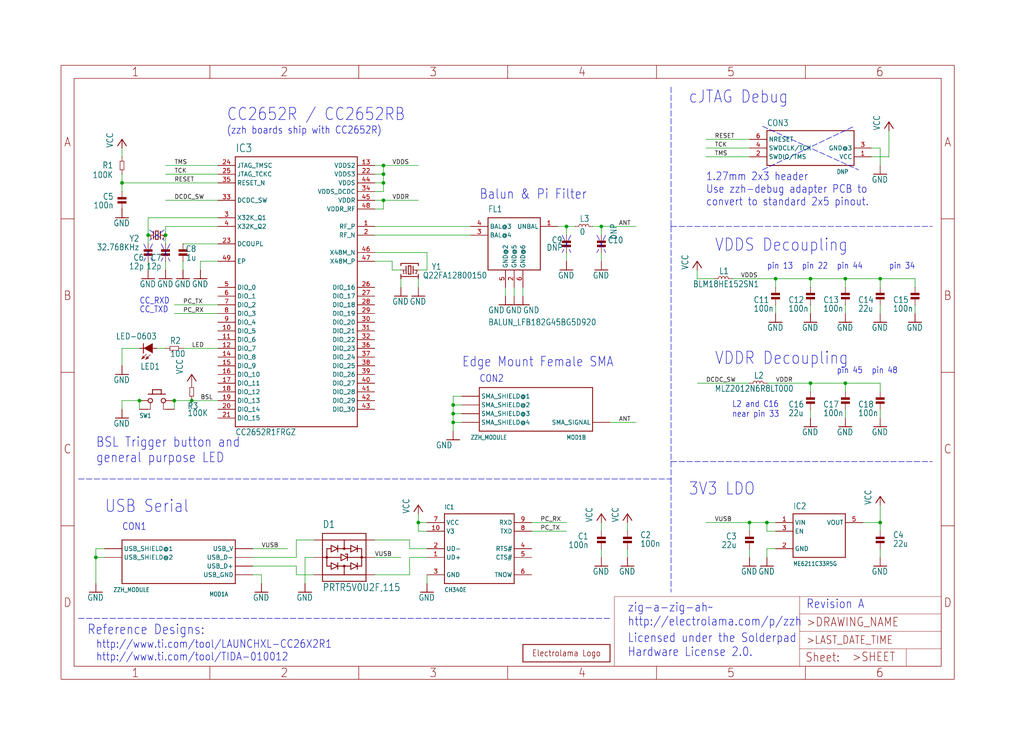
<source format=kicad_sch>
(kicad_sch (version 20211123) (generator eeschema)
  (paper "User" 298.45 217.881)
  (lib_symbols
    (symbol "schematicEagle-eagle-import:32.768KHZ_Q13FC1350000400"
      (property "Reference" "Y" (at -2.54 5.08 0))
      (property "Value" "32.768KHZ_Q13FC1350000400" (at -2.54 2.54 0))
      (symbol "32.768KHZ_Q13FC1350000400_1_0"
        (text "1" (at -2.159 -1.143 0) (effects (font (size 0.8636 0.734)) (justify left bottom)))
        (text "2" (at 1.524 -1.143 0) (effects (font (size 0.8636 0.734)) (justify left bottom)))
        (pin passive line (at -2.54 0 0) (length 0) (name "1") (number "1"))
        (pin passive line (at 2.54 0 180) (length 0) (name "2") (number "2"))
      )
    )
    (symbol "schematicEagle-eagle-import:48.000MHZ_CX2016DB48000C0FPLC1"
      (property "Reference" "Y" (at -2.54 5.08 0))
      (property "Value" "48.000MHZ_CX2016DB48000C0FPLC1" (at -2.54 2.54 0))
      (symbol "48.000MHZ_CX2016DB48000C0FPLC1_1_0"
        (text "1" (at -2.159 -1.143 0) (effects (font (size 0.8636 0.734)) (justify left bottom)))
        (text "2" (at 1.524 -1.143 0) (effects (font (size 0.8636 0.734)) (justify left bottom)))
        (pin passive line (at -2.54 0 0) (length 0) (name "1") (number "1"))
        (pin bidirectional line (at -2.54 -2.54 90) (length 0) (name "2") (number "2"))
        (pin passive line (at 2.54 0 180) (length 0) (name "3") (number "3"))
        (pin bidirectional line (at 2.54 -2.54 90) (length 0) (name "4") (number "4"))
      )
    )
    (symbol "schematicEagle-eagle-import:A4L-LOC"
      (symbol "A4L-LOC_0_0"
        (text "1" (at 21.6958 1.905 0) (effects (font (size 2.54 2.286))))
        (text "1" (at 21.6958 177.165 0) (effects (font (size 2.54 2.286))))
        (text "2" (at 65.0875 1.905 0) (effects (font (size 2.54 2.286))))
        (text "2" (at 65.0875 177.165 0) (effects (font (size 2.54 2.286))))
        (text "3" (at 108.4792 1.905 0) (effects (font (size 2.54 2.286))))
        (text "3" (at 108.4792 177.165 0) (effects (font (size 2.54 2.286))))
        (text "4" (at 151.8708 1.905 0) (effects (font (size 2.54 2.286))))
        (text "4" (at 151.8708 177.165 0) (effects (font (size 2.54 2.286))))
        (text "5" (at 195.2625 1.905 0) (effects (font (size 2.54 2.286))))
        (text "5" (at 195.2625 177.165 0) (effects (font (size 2.54 2.286))))
        (text "6" (at 238.6542 1.905 0) (effects (font (size 2.54 2.286))))
        (text "6" (at 238.6542 177.165 0) (effects (font (size 2.54 2.286))))
        (text "A" (at 1.905 156.6863 0) (effects (font (size 2.54 2.286))))
        (text "A" (at 258.445 156.6863 0) (effects (font (size 2.54 2.286))))
        (text "B" (at 1.905 111.9188 0) (effects (font (size 2.54 2.286))))
        (text "B" (at 258.445 111.9188 0) (effects (font (size 2.54 2.286))))
        (text "C" (at 1.905 67.1513 0) (effects (font (size 2.54 2.286))))
        (text "C" (at 258.445 67.1513 0) (effects (font (size 2.54 2.286))))
        (text "D" (at 1.905 22.3838 0) (effects (font (size 2.54 2.286))))
        (text "D" (at 258.445 22.3838 0) (effects (font (size 2.54 2.286))))
      )
      (symbol "A4L-LOC_1_0"
        (text ">DRAWING_NAME" (at 217.17 15.24 0) (effects (font (size 2.54 2.159)) (justify left bottom)))
        (text ">LAST_DATE_TIME" (at 217.17 10.16 0) (effects (font (size 2.286 1.9431)) (justify left bottom)))
        (text ">SHEET" (at 230.505 5.08 0) (effects (font (size 2.54 2.159)) (justify left bottom)))
        (text "Sheet:" (at 216.916 4.953 0) (effects (font (size 2.54 2.159)) (justify left bottom)))
      )
    )
    (symbol "schematicEagle-eagle-import:BALUN_LFB182G45BG5D920"
      (property "Reference" "FL" (at -7.62 7.62 0))
      (property "Value" "BALUN_LFB182G45BG5D920" (at 5.08 -12.7 0))
      (symbol "BALUN_LFB182G45BG5D920_1_0"
        (pin bidirectional line (at 12.7 2.54 180) (length 5.08) (name "UNBAL") (number "1"))
        (pin bidirectional line (at 0 -15.24 90) (length 5.08) (name "GND@5") (number "2"))
        (pin bidirectional line (at -12.7 0 0) (length 5.08) (name "BAL@4") (number "3"))
        (pin bidirectional line (at -12.7 2.54 0) (length 5.08) (name "BAL@3") (number "4"))
        (pin bidirectional line (at -2.54 -15.24 90) (length 5.08) (name "GND@2") (number "5"))
        (pin bidirectional line (at 2.54 -15.24 90) (length 5.08) (name "GND@6") (number "6"))
      )
    )
    (symbol "schematicEagle-eagle-import:CAP-0402"
      (property "Reference" "C" (at -2.54 2.54 0))
      (property "Value" "CAP-0402" (at -2.54 -3.81 0))
      (symbol "CAP-0402_1_0"
        (pin passive line (at -2.54 0 0) (length 0) (name "1") (number "1"))
        (pin passive line (at 2.54 0 180) (length 0) (name "2") (number "2"))
      )
    )
    (symbol "schematicEagle-eagle-import:CAP-0805"
      (property "Reference" "C" (at -2.54 2.54 0))
      (property "Value" "CAP-0805" (at -2.54 -3.81 0))
      (symbol "CAP-0805_1_0"
        (pin passive line (at -2.54 0 0) (length 0) (name "1") (number "1"))
        (pin passive line (at 2.54 0 180) (length 0) (name "2") (number "2"))
      )
    )
    (symbol "schematicEagle-eagle-import:DEBUG_CORTEX-SWD{slash}CJTAG-5PIN-CUT5"
      (property "Reference" "CON" (at -12.7 6.35 0))
      (property "Value" "DEBUG_CORTEX-SWD{slash}CJTAG-5PIN-CUT5" (at -12.7 -7.62 0))
      (symbol "DEBUG_CORTEX-SWD{slash}CJTAG-5PIN-CUT5_1_0"
        (pin bidirectional line (at 17.78 -2.54 180) (length 5.08) (name "VCC") (number "1"))
        (pin bidirectional line (at -17.78 -2.54 0) (length 5.08) (name "SWDIO/TMS") (number "2"))
        (pin bidirectional line (at 17.78 0 180) (length 5.08) (name "GND@3") (number "3"))
        (pin bidirectional line (at -17.78 0 0) (length 5.08) (name "SWDCLK/TCK") (number "4"))
        (pin bidirectional line (at -17.78 2.54 0) (length 5.08) (name "NRESET") (number "6"))
      )
    )
    (symbol "schematicEagle-eagle-import:DIODE-TVS-PRTR5V0U2F{dblquote}"
      (property "Reference" "D" (at -5.08 8.255 0))
      (property "Value" "DIODE-TVS-PRTR5V0U2F{dblquote}" (at -5.08 -10.16 0))
      (symbol "DIODE-TVS-PRTR5V0U2F{dblquote}_1_0"
        (pin passive line (at -7.62 5.08 0) (length 2.54) (name "1") (number "1"))
        (pin passive line (at -7.62 0 0) (length 2.54) (name "2") (number "2"))
        (pin passive line (at -7.62 -5.08 0) (length 2.54) (name "3") (number "3"))
        (pin passive line (at 10.16 -5.08 180) (length 2.54) (name "4") (number "4"))
        (pin passive line (at 10.16 0 180) (length 2.54) (name "5") (number "5"))
        (pin passive line (at 10.16 5.08 180) (length 2.54) (name "6") (number "6"))
      )
    )
    (symbol "schematicEagle-eagle-import:GND" (power)
      (property "Value" "GND" (at -2.54 -2.54 0))
      (symbol "GND_1_0"
        (pin power_in line (at 0 2.54 270) (length 2.54) (name "GND") (number "1"))
      )
    )
    (symbol "schematicEagle-eagle-import:INDUCTOR-0402"
      (property "Reference" "L" (at -2.54 1.27 0))
      (property "Value" "INDUCTOR-0402" (at -2.54 -2.54 0))
      (symbol "INDUCTOR-0402_1_0"
        (pin passive line (at -2.54 0 0) (length 0) (name "1") (number "1"))
        (pin passive line (at 2.54 0 180) (length 0) (name "2") (number "2"))
      )
    )
    (symbol "schematicEagle-eagle-import:INDUCTOR-0603"
      (property "Reference" "L" (at -2.54 1.27 0))
      (property "Value" "INDUCTOR-0603" (at -2.54 -2.54 0))
      (symbol "INDUCTOR-0603_1_0"
        (pin passive line (at -2.54 0 0) (length 0) (name "1") (number "1"))
        (pin passive line (at 2.54 0 180) (length 0) (name "2") (number "2"))
      )
    )
    (symbol "schematicEagle-eagle-import:INDUCTOR-0805"
      (property "Reference" "L" (at -2.54 1.27 0))
      (property "Value" "INDUCTOR-0805" (at -2.54 -2.54 0))
      (symbol "INDUCTOR-0805_1_0"
        (pin passive line (at -2.54 0 0) (length 0) (name "1") (number "1"))
        (pin passive line (at 2.54 0 180) (length 0) (name "2") (number "2"))
      )
    )
    (symbol "schematicEagle-eagle-import:INTERFACE-CH340E"
      (property "Reference" "U" (at -10.16 11.43 0))
      (property "Value" "INTERFACE-CH340E" (at -10.16 -12.7 0))
      (symbol "INTERFACE-CH340E_1_0"
        (pin bidirectional line (at -15.24 -2.54 0) (length 5.08) (name "UD+") (number "1"))
        (pin bidirectional line (at -15.24 5.08 0) (length 5.08) (name "V3") (number "10"))
        (pin bidirectional line (at -15.24 0 0) (length 5.08) (name "UD-") (number "2"))
        (pin bidirectional line (at -15.24 -7.62 0) (length 5.08) (name "GND") (number "3"))
        (pin bidirectional line (at 15.24 0 180) (length 5.08) (name "RTS#") (number "4"))
        (pin bidirectional line (at 15.24 -2.54 180) (length 5.08) (name "CTS#") (number "5"))
        (pin bidirectional line (at 15.24 -7.62 180) (length 5.08) (name "TNOW") (number "6"))
        (pin bidirectional line (at -15.24 7.62 0) (length 5.08) (name "VCC") (number "7"))
        (pin bidirectional line (at 15.24 5.08 180) (length 5.08) (name "TXD") (number "8"))
        (pin bidirectional line (at 15.24 7.62 180) (length 5.08) (name "RXD") (number "9"))
      )
    )
    (symbol "schematicEagle-eagle-import:LED-0603"
      (property "Reference" "LED" (at -2.3114 3.9116 0))
      (property "Value" "LED-0603" (at -2.5654 -4.4958 0))
      (symbol "LED-0603_1_0"
        (pin passive line (at -2.54 0 0) (length 2.54) (name "A") (number "A"))
        (pin passive line (at 2.54 0 180) (length 2.54) (name "C") (number "C"))
      )
    )
    (symbol "schematicEagle-eagle-import:LOGO-ELECTROLAMA"
      (symbol "LOGO-ELECTROLAMA_1_0"
        (text "Electrolama Logo" (at 0 0 0) (effects (font (size 1.778 1.5113))))
      )
    )
    (symbol "schematicEagle-eagle-import:POWER-LDO-ME6211C33R5G"
      (property "Reference" "IC" (at -7.62 6.35 0))
      (property "Value" "POWER-LDO-ME6211C33R5G" (at -7.62 -10.16 0))
      (symbol "POWER-LDO-ME6211C33R5G_1_0"
        (pin bidirectional line (at -12.7 2.54 0) (length 5.08) (name "VIN") (number "1"))
        (pin bidirectional line (at -12.7 -5.08 0) (length 5.08) (name "GND") (number "2"))
        (pin bidirectional line (at -12.7 0 0) (length 5.08) (name "EN") (number "3"))
        (pin bidirectional line (at 12.7 2.54 180) (length 5.08) (name "VOUT") (number "5"))
      )
    )
    (symbol "schematicEagle-eagle-import:PUSHBUTTON-K2-1177SW-D4DW-06"
      (property "Reference" "SW" (at 3.175 3.175 0))
      (property "Value" "PUSHBUTTON-K2-1177SW-D4DW-06" (at 3.175 1.905 0))
      (symbol "PUSHBUTTON-K2-1177SW-D4DW-06_1_0"
        (pin bidirectional line (at -5.08 0 0) (length 2.54) (name "1_1") (number "1"))
        (pin bidirectional line (at -5.08 -2.54 0) (length 2.54) (name "1_2") (number "2"))
        (pin bidirectional line (at 5.08 0 180) (length 2.54) (name "2_1") (number "3"))
        (pin bidirectional line (at 5.08 -2.54 180) (length 2.54) (name "2_2") (number "4"))
      )
    )
    (symbol "schematicEagle-eagle-import:RES-0402"
      (property "Reference" "R" (at -2.54 1.27 0))
      (property "Value" "RES-0402" (at -2.54 -2.54 0))
      (symbol "RES-0402_1_0"
        (pin passive line (at -2.54 0 0) (length 0) (name "1") (number "1"))
        (pin passive line (at 2.54 0 180) (length 0) (name "2") (number "2"))
      )
    )
    (symbol "schematicEagle-eagle-import:VCC" (power)
      (property "Value" "VCC" (at -2.54 -2.54 90))
      (symbol "VCC_1_0"
        (pin power_in line (at 0 -2.54 90) (length 2.54) (name "VCC") (number "1"))
      )
    )
    (symbol "schematicEagle-eagle-import:WMCU-CC2652R1FRGZ"
      (property "Reference" "IC" (at -17.78 39.37 0))
      (property "Value" "WMCU-CC2652R1FRGZ" (at -17.78 -43.18 0))
      (symbol "WMCU-CC2652R1FRGZ_1_0"
        (pin bidirectional line (at 22.86 17.78 180) (length 5.08) (name "RF_P") (number "1"))
        (pin bidirectional line (at -22.86 -12.7 0) (length 5.08) (name "DIO_5") (number "10"))
        (pin bidirectional line (at -22.86 -15.24 0) (length 5.08) (name "DIO_6") (number "11"))
        (pin bidirectional line (at -22.86 -17.78 0) (length 5.08) (name "DIO_7") (number "12"))
        (pin bidirectional line (at 22.86 35.56 180) (length 5.08) (name "VDDS2") (number "13"))
        (pin bidirectional line (at -22.86 -20.32 0) (length 5.08) (name "DIO_8") (number "14"))
        (pin bidirectional line (at -22.86 -22.86 0) (length 5.08) (name "DIO_9") (number "15"))
        (pin bidirectional line (at -22.86 -25.4 0) (length 5.08) (name "DIO_10") (number "16"))
        (pin bidirectional line (at -22.86 -27.94 0) (length 5.08) (name "DIO_11") (number "17"))
        (pin bidirectional line (at -22.86 -30.48 0) (length 5.08) (name "DIO_12") (number "18"))
        (pin bidirectional line (at -22.86 -33.02 0) (length 5.08) (name "DIO_13") (number "19"))
        (pin bidirectional line (at 22.86 15.24 180) (length 5.08) (name "RF_N") (number "2"))
        (pin bidirectional line (at -22.86 -35.56 0) (length 5.08) (name "DIO_14") (number "20"))
        (pin bidirectional line (at -22.86 -38.1 0) (length 5.08) (name "DIO_15") (number "21"))
        (pin bidirectional line (at 22.86 33.02 180) (length 5.08) (name "VDDS3") (number "22"))
        (pin bidirectional line (at -22.86 12.7 0) (length 5.08) (name "DCOUPL") (number "23"))
        (pin bidirectional line (at -22.86 35.56 0) (length 5.08) (name "JTAG_TMSC") (number "24"))
        (pin bidirectional line (at -22.86 33.02 0) (length 5.08) (name "JTAG_TCKC") (number "25"))
        (pin bidirectional line (at 22.86 0 180) (length 5.08) (name "DIO_16") (number "26"))
        (pin bidirectional line (at 22.86 -2.54 180) (length 5.08) (name "DIO_17") (number "27"))
        (pin bidirectional line (at 22.86 -5.08 180) (length 5.08) (name "DIO_18") (number "28"))
        (pin bidirectional line (at 22.86 -7.62 180) (length 5.08) (name "DIO_19") (number "29"))
        (pin bidirectional line (at -22.86 20.32 0) (length 5.08) (name "X32K_Q1") (number "3"))
        (pin bidirectional line (at 22.86 -10.16 180) (length 5.08) (name "DIO_20") (number "30"))
        (pin bidirectional line (at 22.86 -12.7 180) (length 5.08) (name "DIO_21") (number "31"))
        (pin bidirectional line (at 22.86 -15.24 180) (length 5.08) (name "DIO_22") (number "32"))
        (pin bidirectional line (at -22.86 25.4 0) (length 5.08) (name "DCDC_SW") (number "33"))
        (pin bidirectional line (at 22.86 27.94 180) (length 5.08) (name "VDDS_DCDC") (number "34"))
        (pin bidirectional line (at -22.86 30.48 0) (length 5.08) (name "RESET_N") (number "35"))
        (pin bidirectional line (at 22.86 -17.78 180) (length 5.08) (name "DIO_23") (number "36"))
        (pin bidirectional line (at 22.86 -20.32 180) (length 5.08) (name "DIO_24") (number "37"))
        (pin bidirectional line (at 22.86 -22.86 180) (length 5.08) (name "DIO_25") (number "38"))
        (pin bidirectional line (at 22.86 -25.4 180) (length 5.08) (name "DIO_26") (number "39"))
        (pin bidirectional line (at -22.86 17.78 0) (length 5.08) (name "X32K_Q2") (number "4"))
        (pin bidirectional line (at 22.86 -27.94 180) (length 5.08) (name "DIO_27") (number "40"))
        (pin bidirectional line (at 22.86 -30.48 180) (length 5.08) (name "DIO_28") (number "41"))
        (pin bidirectional line (at 22.86 -33.02 180) (length 5.08) (name "DIO_29") (number "42"))
        (pin bidirectional line (at 22.86 -35.56 180) (length 5.08) (name "DIO_30") (number "43"))
        (pin bidirectional line (at 22.86 30.48 180) (length 5.08) (name "VDDS") (number "44"))
        (pin bidirectional line (at 22.86 25.4 180) (length 5.08) (name "VDDR") (number "45"))
        (pin bidirectional line (at 22.86 10.16 180) (length 5.08) (name "X48M_N") (number "46"))
        (pin bidirectional line (at 22.86 7.62 180) (length 5.08) (name "X48M_P") (number "47"))
        (pin bidirectional line (at 22.86 22.86 180) (length 5.08) (name "VDDR_RF") (number "48"))
        (pin bidirectional line (at -22.86 7.62 0) (length 5.08) (name "EP") (number "49"))
        (pin bidirectional line (at -22.86 0 0) (length 5.08) (name "DIO_0") (number "5"))
        (pin bidirectional line (at -22.86 -2.54 0) (length 5.08) (name "DIO_1") (number "6"))
        (pin bidirectional line (at -22.86 -5.08 0) (length 5.08) (name "DIO_2") (number "7"))
        (pin bidirectional line (at -22.86 -7.62 0) (length 5.08) (name "DIO_3") (number "8"))
        (pin bidirectional line (at -22.86 -10.16 0) (length 5.08) (name "DIO_4") (number "9"))
      )
    )
    (symbol "schematicEagle-eagle-import:ZZH_MODULE"
      (property "Reference" "MOD" (at -17.78 6.35 0))
      (property "Value" "ZZH_MODULE" (at -17.78 -10.16 0))
      (symbol "ZZH_MODULE_1_0"
        (pin bidirectional line (at 20.32 -2.54 180) (length 5.08) (name "USB_D+") (number "USB_D+"))
        (pin bidirectional line (at 20.32 0 180) (length 5.08) (name "USB_D-") (number "USB_D-"))
        (pin bidirectional line (at 20.32 -5.08 180) (length 5.08) (name "USB_GND") (number "USB_GND"))
        (pin bidirectional line (at -22.86 2.54 0) (length 5.08) (name "USB_SHIELD@1") (number "USB_SHIELD_1"))
        (pin bidirectional line (at -22.86 0 0) (length 5.08) (name "USB_SHIELD@2") (number "USB_SHIELD_2"))
        (pin bidirectional line (at 20.32 2.54 180) (length 5.08) (name "USB_V") (number "USB_V"))
      )
      (symbol "ZZH_MODULE_2_0"
        (pin bidirectional line (at -22.86 2.54 0) (length 5.08) (name "SMA_SHIELD@1") (number "SMA_SHIELD_1"))
        (pin bidirectional line (at -22.86 0 0) (length 5.08) (name "SMA_SHIELD@2") (number "SMA_SHIELD_2"))
        (pin bidirectional line (at -22.86 -2.54 0) (length 5.08) (name "SMA_SHIELD@3") (number "SMA_SHIELD_3"))
        (pin bidirectional line (at -22.86 -5.08 0) (length 5.08) (name "SMA_SHIELD@4") (number "SMA_SHIELD_4"))
        (pin bidirectional line (at 20.32 -5.08 180) (length 5.08) (name "SMA_SIGNAL") (number "SMA_SIGNAL"))
      )
    )
  )
  (junction (at 175.26 66.04))
  (junction (at 256.54 81.28))
  (junction (at 111.76 50.8))
  (junction (at 132.08 123.19))
  (junction (at 111.76 58.42))
  (junction (at 223.52 152.4))
  (junction (at 236.22 111.76))
  (junction (at 121.92 152.4))
  (junction (at 246.38 81.28))
  (junction (at 48.26 68.58))
  (junction (at 256.54 152.4))
  (junction (at 43.18 68.58))
  (junction (at 246.38 111.76))
  (junction (at 132.08 118.11))
  (junction (at 111.76 48.26))
  (junction (at 132.08 120.65))
  (junction (at 40.64 116.84))
  (junction (at 111.76 53.34))
  (junction (at 218.44 152.4))
  (junction (at 226.06 81.28))
  (junction (at 27.94 162.56))
  (junction (at 35.56 53.34))
  (junction (at 50.8 116.84))
  (junction (at 236.22 81.28))
  (junction (at 55.88 116.84))
  (junction (at 165.1 66.04))
  (wire (pts (xy 256.54 111.76) (xy 256.54 114.3)))
  (polyline (pts (xy 47.879 67.056) (xy 43.561 70.104)))
  (wire (pts (xy 58.42 78.74) (xy 58.42 76.2)))
  (wire (pts (xy 223.52 154.94) (xy 223.52 152.4)))
  (wire (pts (xy 55.88 116.84) (xy 63.5 116.84)))
  (wire (pts (xy 88.9 162.56) (xy 88.9 170.18)))
  (wire (pts (xy 182.88 152.4) (xy 182.88 154.94)))
  (wire (pts (xy 175.26 76.2) (xy 175.26 73.66)))
  (wire (pts (xy 27.94 162.56) (xy 27.94 170.18)))
  (wire (pts (xy 121.92 83.82) (xy 121.92 81.28)))
  (wire (pts (xy 35.56 53.34) (xy 35.56 55.88)))
  (polyline (pts (xy 222.25 36.83) (xy 250.19 49.53)))
  (wire (pts (xy 167.64 66.04) (xy 165.1 66.04)))
  (wire (pts (xy 266.7 81.28) (xy 266.7 83.82)))
  (wire (pts (xy 256.54 91.44) (xy 256.54 88.9)))
  (wire (pts (xy 246.38 111.76) (xy 256.54 111.76)))
  (wire (pts (xy 58.42 76.2) (xy 63.5 76.2)))
  (wire (pts (xy 182.88 162.56) (xy 182.88 160.02)))
  (wire (pts (xy 53.34 76.2) (xy 53.34 78.74)))
  (wire (pts (xy 124.46 78.74) (xy 121.92 78.74)))
  (wire (pts (xy 76.2 167.64) (xy 76.2 170.18)))
  (wire (pts (xy 223.52 111.76) (xy 236.22 111.76)))
  (polyline (pts (xy 173.99 68.58) (xy 176.53 73.66)))
  (wire (pts (xy 124.46 154.94) (xy 121.92 154.94)))
  (wire (pts (xy 35.56 101.6) (xy 35.56 106.68)))
  (polyline (pts (xy 195.58 25.4) (xy 195.58 66.04)))
  (wire (pts (xy 63.5 58.42) (xy 48.26 58.42)))
  (wire (pts (xy 256.54 121.92) (xy 256.54 119.38)))
  (polyline (pts (xy 195.58 134.62) (xy 271.78 134.62)))
  (wire (pts (xy 226.06 160.02) (xy 223.52 160.02)))
  (wire (pts (xy 256.54 43.18) (xy 256.54 48.26)))
  (polyline (pts (xy 22.86 139.7) (xy 195.58 139.7)))
  (polyline (pts (xy 163.83 68.58) (xy 166.37 73.66)))
  (wire (pts (xy 63.5 91.44) (xy 50.8 91.44)))
  (wire (pts (xy 175.26 162.56) (xy 175.26 160.02)))
  (polyline (pts (xy 43.561 67.056) (xy 47.879 70.104)))
  (polyline (pts (xy 49.53 71.12) (xy 46.99 76.2)))
  (wire (pts (xy 266.7 91.44) (xy 266.7 88.9)))
  (wire (pts (xy 73.66 167.64) (xy 76.2 167.64)))
  (wire (pts (xy 40.64 119.38) (xy 40.64 116.84)))
  (wire (pts (xy 114.3 76.2) (xy 109.22 76.2)))
  (wire (pts (xy 109.22 53.34) (xy 111.76 53.34)))
  (wire (pts (xy 109.22 73.66) (xy 124.46 73.66)))
  (wire (pts (xy 73.66 162.56) (xy 86.36 162.56)))
  (wire (pts (xy 165.1 76.2) (xy 165.1 73.66)))
  (wire (pts (xy 48.26 66.04) (xy 48.26 68.58)))
  (polyline (pts (xy 195.58 139.7) (xy 195.58 172.72)))
  (wire (pts (xy 254 45.72) (xy 259.08 45.72)))
  (wire (pts (xy 236.22 83.82) (xy 236.22 81.28)))
  (wire (pts (xy 152.4 86.36) (xy 152.4 83.82)))
  (wire (pts (xy 86.36 157.48) (xy 91.44 157.48)))
  (wire (pts (xy 154.94 154.94) (xy 165.1 154.94)))
  (wire (pts (xy 63.5 63.5) (xy 43.18 63.5)))
  (wire (pts (xy 134.62 123.19) (xy 132.08 123.19)))
  (wire (pts (xy 124.46 73.66) (xy 124.46 78.74)))
  (wire (pts (xy 256.54 43.18) (xy 254 43.18)))
  (wire (pts (xy 218.44 152.4) (xy 223.52 152.4)))
  (wire (pts (xy 35.56 43.18) (xy 35.56 45.72)))
  (wire (pts (xy 149.86 86.36) (xy 149.86 83.82)))
  (wire (pts (xy 45.72 101.6) (xy 48.26 101.6)))
  (wire (pts (xy 50.8 116.84) (xy 55.88 116.84)))
  (wire (pts (xy 43.18 76.2) (xy 43.18 78.74)))
  (wire (pts (xy 218.44 152.4) (xy 205.74 152.4)))
  (wire (pts (xy 154.94 152.4) (xy 165.1 152.4)))
  (wire (pts (xy 40.64 101.6) (xy 35.56 101.6)))
  (wire (pts (xy 35.56 116.84) (xy 35.56 119.38)))
  (polyline (pts (xy 44.45 71.12) (xy 41.91 76.2)))
  (wire (pts (xy 223.52 160.02) (xy 223.52 162.56)))
  (wire (pts (xy 203.2 81.28) (xy 203.2 78.74)))
  (polyline (pts (xy 195.58 66.04) (xy 195.58 134.62)))
  (polyline (pts (xy 195.58 134.62) (xy 195.58 139.7)))
  (wire (pts (xy 165.1 68.58) (xy 165.1 66.04)))
  (wire (pts (xy 134.62 118.11) (xy 132.08 118.11)))
  (wire (pts (xy 109.22 48.26) (xy 111.76 48.26)))
  (wire (pts (xy 256.54 81.28) (xy 266.7 81.28)))
  (wire (pts (xy 226.06 154.94) (xy 223.52 154.94)))
  (polyline (pts (xy 166.37 68.58) (xy 163.83 73.66)))
  (wire (pts (xy 91.44 162.56) (xy 88.9 162.56)))
  (wire (pts (xy 111.76 48.26) (xy 121.92 48.26)))
  (wire (pts (xy 208.28 81.28) (xy 203.2 81.28)))
  (wire (pts (xy 40.64 116.84) (xy 35.56 116.84)))
  (wire (pts (xy 218.44 45.72) (xy 205.74 45.72)))
  (wire (pts (xy 132.08 123.19) (xy 132.08 125.73)))
  (polyline (pts (xy 176.53 68.58) (xy 173.99 73.66)))
  (wire (pts (xy 132.08 118.11) (xy 132.08 120.65)))
  (wire (pts (xy 218.44 40.64) (xy 205.74 40.64)))
  (wire (pts (xy 177.8 123.19) (xy 185.42 123.19)))
  (wire (pts (xy 119.38 160.02) (xy 124.46 160.02)))
  (wire (pts (xy 109.22 60.96) (xy 111.76 60.96)))
  (wire (pts (xy 63.5 50.8) (xy 48.26 50.8)))
  (wire (pts (xy 236.22 114.3) (xy 236.22 111.76)))
  (wire (pts (xy 111.76 55.88) (xy 111.76 53.34)))
  (wire (pts (xy 48.26 76.2) (xy 48.26 78.74)))
  (wire (pts (xy 218.44 160.02) (xy 218.44 162.56)))
  (wire (pts (xy 134.62 120.65) (xy 132.08 120.65)))
  (wire (pts (xy 236.22 111.76) (xy 246.38 111.76)))
  (wire (pts (xy 246.38 83.82) (xy 246.38 81.28)))
  (polyline (pts (xy 195.58 66.04) (xy 271.78 66.04)))
  (wire (pts (xy 116.84 78.74) (xy 114.3 78.74)))
  (wire (pts (xy 86.36 167.64) (xy 91.44 167.64)))
  (wire (pts (xy 73.66 160.02) (xy 83.82 160.02)))
  (wire (pts (xy 86.36 165.1) (xy 86.36 167.64)))
  (wire (pts (xy 132.08 115.57) (xy 132.08 118.11)))
  (wire (pts (xy 226.06 83.82) (xy 226.06 81.28)))
  (wire (pts (xy 246.38 121.92) (xy 246.38 119.38)))
  (wire (pts (xy 218.44 111.76) (xy 203.2 111.76)))
  (wire (pts (xy 111.76 50.8) (xy 111.76 48.26)))
  (wire (pts (xy 109.22 58.42) (xy 111.76 58.42)))
  (wire (pts (xy 50.8 119.38) (xy 50.8 116.84)))
  (wire (pts (xy 63.5 48.26) (xy 48.26 48.26)))
  (wire (pts (xy 116.84 83.82) (xy 116.84 81.28)))
  (wire (pts (xy 119.38 157.48) (xy 119.38 160.02)))
  (wire (pts (xy 30.48 160.02) (xy 27.94 160.02)))
  (wire (pts (xy 109.22 162.56) (xy 116.84 162.56)))
  (wire (pts (xy 124.46 152.4) (xy 121.92 152.4)))
  (wire (pts (xy 63.5 66.04) (xy 48.26 66.04)))
  (wire (pts (xy 111.76 58.42) (xy 121.92 58.42)))
  (wire (pts (xy 134.62 115.57) (xy 132.08 115.57)))
  (wire (pts (xy 124.46 167.64) (xy 124.46 170.18)))
  (wire (pts (xy 223.52 152.4) (xy 226.06 152.4)))
  (wire (pts (xy 111.76 53.34) (xy 111.76 50.8)))
  (wire (pts (xy 256.54 147.32) (xy 256.54 152.4)))
  (wire (pts (xy 213.36 81.28) (xy 226.06 81.28)))
  (wire (pts (xy 119.38 162.56) (xy 119.38 167.64)))
  (wire (pts (xy 30.48 162.56) (xy 27.94 162.56)))
  (wire (pts (xy 175.26 68.58) (xy 175.26 66.04)))
  (polyline (pts (xy 22.86 180.34) (xy 177.8 180.34)))
  (wire (pts (xy 147.32 86.36) (xy 147.32 83.82)))
  (wire (pts (xy 63.5 53.34) (xy 35.56 53.34)))
  (wire (pts (xy 137.16 66.04) (xy 109.22 66.04)))
  (wire (pts (xy 53.34 101.6) (xy 63.5 101.6)))
  (wire (pts (xy 35.56 50.8) (xy 35.56 53.34)))
  (wire (pts (xy 226.06 91.44) (xy 226.06 88.9)))
  (wire (pts (xy 246.38 91.44) (xy 246.38 88.9)))
  (wire (pts (xy 109.22 50.8) (xy 111.76 50.8)))
  (wire (pts (xy 63.5 88.9) (xy 50.8 88.9)))
  (wire (pts (xy 43.18 63.5) (xy 43.18 68.58)))
  (polyline (pts (xy 46.99 71.12) (xy 49.53 76.2)))
  (wire (pts (xy 86.36 162.56) (xy 86.36 157.48)))
  (wire (pts (xy 226.06 81.28) (xy 236.22 81.28)))
  (wire (pts (xy 43.18 71.12) (xy 43.18 68.58)))
  (wire (pts (xy 114.3 78.74) (xy 114.3 76.2)))
  (wire (pts (xy 137.16 68.58) (xy 109.22 68.58)))
  (wire (pts (xy 124.46 162.56) (xy 119.38 162.56)))
  (wire (pts (xy 121.92 152.4) (xy 121.92 149.86)))
  (wire (pts (xy 259.08 45.72) (xy 259.08 38.1)))
  (wire (pts (xy 256.54 83.82) (xy 256.54 81.28)))
  (wire (pts (xy 109.22 55.88) (xy 111.76 55.88)))
  (wire (pts (xy 109.22 167.64) (xy 119.38 167.64)))
  (wire (pts (xy 165.1 66.04) (xy 162.56 66.04)))
  (wire (pts (xy 246.38 114.3) (xy 246.38 111.76)))
  (wire (pts (xy 175.26 152.4) (xy 175.26 154.94)))
  (wire (pts (xy 132.08 120.65) (xy 132.08 123.19)))
  (wire (pts (xy 48.26 71.12) (xy 48.26 68.58)))
  (wire (pts (xy 236.22 81.28) (xy 246.38 81.28)))
  (polyline (pts (xy 41.91 71.12) (xy 44.45 76.2)))
  (wire (pts (xy 172.72 66.04) (xy 175.26 66.04)))
  (wire (pts (xy 251.46 152.4) (xy 256.54 152.4)))
  (wire (pts (xy 111.76 60.96) (xy 111.76 58.42)))
  (wire (pts (xy 218.44 43.18) (xy 205.74 43.18)))
  (wire (pts (xy 218.44 154.94) (xy 218.44 152.4)))
  (wire (pts (xy 27.94 160.02) (xy 27.94 162.56)))
  (polyline (pts (xy 222.25 49.53) (xy 248.92 36.83)))
  (wire (pts (xy 256.54 152.4) (xy 256.54 154.94)))
  (wire (pts (xy 256.54 160.02) (xy 256.54 162.56)))
  (wire (pts (xy 236.22 91.44) (xy 236.22 88.9)))
  (wire (pts (xy 63.5 71.12) (xy 53.34 71.12)))
  (wire (pts (xy 109.22 157.48) (xy 119.38 157.48)))
  (wire (pts (xy 185.42 66.04) (xy 175.26 66.04)))
  (wire (pts (xy 236.22 121.92) (xy 236.22 119.38)))
  (wire (pts (xy 246.38 81.28) (xy 256.54 81.28)))
  (wire (pts (xy 73.66 165.1) (xy 86.36 165.1)))
  (wire (pts (xy 121.92 154.94) (xy 121.92 152.4)))
  (text "CON1" (at 35.56 154.94 180) (effects (font (size 2.032 1.7272)) (justify left bottom)))
  (text "CON2" (at 139.7 111.76 180) (effects (font (size 2.032 1.7272)) (justify left bottom)))
  (text "cJTAG Debug" (at 200.66 30.48 180) (effects (font (size 3.556 3.0226)) (justify left bottom)))
  (text "L2 and C16\nnear pin 33" (at 213.36 121.92 180) (effects (font (size 1.778 1.5113)) (justify left bottom)))
  (text "USB Serial" (at 30.48 149.86 180) (effects (font (size 3.556 3.0226)) (justify left bottom)))
  (text "Reference Designs:" (at 25.4 185.42 180) (effects (font (size 2.794 2.3749)) (justify left bottom)))
  (text "VDDR Decoupling" (at 208.28 106.68 180) (effects (font (size 3.556 3.0226)) (justify left bottom)))
  (text "pin 44" (at 243.84 78.74 180) (effects (font (size 1.778 1.5113)) (justify left bottom)))
  (text "pin 48" (at 254 109.22 180) (effects (font (size 1.778 1.5113)) (justify left bottom)))
  (text "pin 34" (at 259.08 78.74 180) (effects (font (size 1.778 1.5113)) (justify left bottom)))
  (text "Edge Mount Female SMA" (at 134.62 107.315 180) (effects (font (size 2.794 2.3749)) (justify left bottom)))
  (text "Balun & Pi Filter" (at 139.7 58.42 180) (effects (font (size 2.794 2.3749)) (justify left bottom)))
  (text "(zzh boards ship with CC2652R)" (at 66.04 39.37 180) (effects (font (size 2.1336 1.8135)) (justify left bottom)))
  (text "pin 45" (at 243.84 109.22 180) (effects (font (size 1.778 1.5113)) (justify left bottom)))
  (text "3V3 LDO" (at 200.66 144.78 180) (effects (font (size 3.556 3.0226)) (justify left bottom)))
  (text "pin 22" (at 233.68 78.74 180) (effects (font (size 1.778 1.5113)) (justify left bottom)))
  (text "CC2652R / CC2652RB" (at 66.04 35.56 180) (effects (font (size 3.556 3.0226)) (justify left bottom)))
  (text "BSL Trigger button and\ngeneral purpose LED" (at 27.94 135.255 180) (effects (font (size 2.794 2.3749)) (justify left bottom)))
  (text "VDDS Decoupling" (at 208.28 73.66 180) (effects (font (size 3.556 3.0226)) (justify left bottom)))
  (text "CC_TXD" (at 40.64 91.44 180) (effects (font (size 1.778 1.5113)) (justify left bottom)))
  (text "Revision A" (at 234.95 177.8 180) (effects (font (size 2.54 2.159)) (justify left bottom)))
  (text "http://www.ti.com/tool/LAUNCHXL-CC26X2R1\nhttp://www.ti.com/tool/TIDA-010012" (at 27.94 193.04 0) (effects (font (size 2.286 1.9431)) (justify left bottom)))
  (text "pin 13" (at 223.52 78.74 180) (effects (font (size 1.778 1.5113)) (justify left bottom)))
  (text "1.27mm 2x3 header\nUse zzh-debug adapter PCB to\nconvert to standard 2x5 pinout." (at 205.74 60.325 0) (effects (font (size 2.286 1.9431)) (justify left bottom)))
  (text "CC_RXD" (at 40.64 88.9 180) (effects (font (size 1.778 1.5113)) (justify left bottom)))
  (text "zig-a-zig-ah~\nhttp://electrolama.com/p/zzh" (at 182.88 182.88 180) (effects (font (size 2.54 2.159)) (justify left bottom)))
  (text "Licensed under the Solderpad\nHardware License 2.0." (at 182.88 191.77 0) (effects (font (size 2.54 2.159)) (justify left bottom)))
  (label "PC_TX" (at 53.34 88.9 0) (effects (font (size 1.2446 1.2446))))
  (label "VUSB" (at 109.22 162.56 0) (effects (font (size 1.2446 1.2446))))
  (label "ANT" (at 180.34 66.04 0) (effects (font (size 1.2446 1.2446))))
  (label "VDDR" (at 114.3 58.42 0) (effects (font (size 1.2446 1.2446))))
  (label "VUSB" (at 76.2 160.02 0) (effects (font (size 1.2446 1.2446))))
  (label "VDDS" (at 215.9 81.28 0) (effects (font (size 1.2446 1.2446))))
  (label "VDDR" (at 226.06 111.76 0) (effects (font (size 1.2446 1.2446))))
  (label "BSL" (at 58.42 116.84 0) (effects (font (size 1.2446 1.2446))))
  (label "VUSB" (at 208.28 152.4 0) (effects (font (size 1.2446 1.2446))))
  (label "LED" (at 55.88 101.6 0) (effects (font (size 1.2446 1.2446))))
  (label "PC_RX" (at 157.48 152.4 0) (effects (font (size 1.2446 1.2446))))
  (label "TCK" (at 208.28 43.18 0) (effects (font (size 1.2446 1.2446))))
  (label "DCDC_SW" (at 50.8 58.42 0) (effects (font (size 1.2446 1.2446))))
  (label "TCK" (at 50.8 50.8 0) (effects (font (size 1.2446 1.2446))))
  (label "DCDC_SW" (at 205.74 111.76 0) (effects (font (size 1.2446 1.2446))))
  (label "PC_RX" (at 53.34 91.44 0) (effects (font (size 1.2446 1.2446))))
  (label "PC_TX" (at 157.48 154.94 0) (effects (font (size 1.2446 1.2446))))
  (label "RESET" (at 208.28 40.64 0) (effects (font (size 1.2446 1.2446))))
  (label "RESET" (at 50.8 53.34 0) (effects (font (size 1.2446 1.2446))))
  (label "VDDS" (at 114.3 48.26 0) (effects (font (size 1.2446 1.2446))))
  (label "TMS" (at 50.8 48.26 0) (effects (font (size 1.2446 1.2446))))
  (label "TMS" (at 208.28 45.72 0) (effects (font (size 1.2446 1.2446))))
  (label "ANT" (at 180.34 123.19 0) (effects (font (size 1.2446 1.2446))))
  (symbol (lib_id "schematicEagle-eagle-import:GND") (at 256.54 50.8 0) (unit 1)
    (property "Reference" "#GND27" (effects hide))
    (property "Value" "GND" (at 254 53.34 0) (effects (font (size 1.778 1.5113)) (justify left bottom)))
    (property "Footprint" "schematicEagle:" (effects hide))
  )
  (symbol (lib_id "schematicEagle-eagle-import:CAP-0402") (at 53.34 73.66 90) (unit 1)
    (property "Reference" "C8" (at 57.277 71.6026 90) (effects (font (size 1.778 1.5113)) (justify left bottom)))
    (property "Value" "1u" (at 57.277 74.1426 90) (effects (font (size 1.778 1.5113)) (justify left bottom)))
    (property "Footprint" "schematicEagle:_PKG_C_0402" (effects hide))
  )
  (symbol (lib_id "schematicEagle-eagle-import:GND") (at 256.54 165.1 0) (unit 1)
    (property "Reference" "#GND25" (effects hide))
    (property "Value" "GND" (at 254 167.64 0) (effects (font (size 1.778 1.5113)) (justify left bottom)))
    (property "Footprint" "schematicEagle:" (effects hide))
  )
  (symbol (lib_id "schematicEagle-eagle-import:CAP-0805") (at 218.44 157.48 270) (unit 1)
    (property "Reference" "C3" (at 214.757 155.4226 90) (effects (font (size 1.778 1.5113)) (justify right top)))
    (property "Value" "22u" (at 214.757 157.9626 90) (effects (font (size 1.778 1.5113)) (justify right top)))
    (property "Footprint" "schematicEagle:_PKG_C_0805" (effects hide))
  )
  (symbol (lib_id "schematicEagle-eagle-import:RES-0402") (at 50.8 101.6 180) (unit 1)
    (property "Reference" "R2" (at 49.53 100.33 0) (effects (font (size 1.778 1.5113)) (justify right top)))
    (property "Value" "100" (at 49.53 104.14 0) (effects (font (size 1.778 1.5113)) (justify right top)))
    (property "Footprint" "schematicEagle:_PKG_C_0402" (effects hide))
  )
  (symbol (lib_id "schematicEagle-eagle-import:ZZH_MODULE") (at 157.48 118.11 0) (unit 2)
    (property "Reference" "MOD1" (at 165.1 128.27 0) (effects (font (size 1.27 1.0795)) (justify left bottom)))
    (property "Value" "ZZH_MODULE" (at 137.16 128.27 0) (effects (font (size 1.27 1.0795)) (justify left bottom)))
    (property "Footprint" "schematicEagle:ZZH_MODULE" (effects hide))
  )
  (symbol (lib_id "schematicEagle-eagle-import:GND") (at 121.92 86.36 0) (unit 1)
    (property "Reference" "#GND2" (effects hide))
    (property "Value" "GND" (at 119.38 88.9 0) (effects (font (size 1.778 1.5113)) (justify left bottom)))
    (property "Footprint" "schematicEagle:" (effects hide))
  )
  (symbol (lib_id "schematicEagle-eagle-import:PUSHBUTTON-K2-1177SW-D4DW-06") (at 45.72 116.84 0) (unit 1)
    (property "Reference" "SW1" (at 40.64 121.92 0) (effects (font (size 1.27 1.0795)) (justify left bottom)))
    (property "Value" "K2-1177SW-D4DW-06" (effects hide))
    (property "Footprint" "schematicEagle:K2-1177SW-D4DW-06" (effects hide))
  )
  (symbol (lib_id "schematicEagle-eagle-import:A4L-LOC") (at 17.78 198.12 0) (unit 1)
    (property "Reference" "#FRAME1" (effects hide))
    (property "Value" "A4L-LOC" (effects hide))
    (property "Footprint" "schematicEagle:" (effects hide))
  )
  (symbol (lib_id "schematicEagle-eagle-import:VCC") (at 121.92 147.32 0) (unit 1)
    (property "Reference" "#P+7" (effects hide))
    (property "Value" "VCC" (at 119.38 149.86 90) (effects (font (size 1.778 1.5113)) (justify left bottom)))
    (property "Footprint" "schematicEagle:" (effects hide))
  )
  (symbol (lib_id "schematicEagle-eagle-import:GND") (at 116.84 86.36 0) (unit 1)
    (property "Reference" "#GND1" (effects hide))
    (property "Value" "GND" (at 114.3 88.9 0) (effects (font (size 1.778 1.5113)) (justify left bottom)))
    (property "Footprint" "schematicEagle:" (effects hide))
  )
  (symbol (lib_id "schematicEagle-eagle-import:GND") (at 35.56 63.5 0) (unit 1)
    (property "Reference" "#GND19" (effects hide))
    (property "Value" "GND" (at 33.02 66.04 0) (effects (font (size 1.778 1.5113)) (justify left bottom)))
    (property "Footprint" "schematicEagle:" (effects hide))
  )
  (symbol (lib_id "schematicEagle-eagle-import:DIODE-TVS-PRTR5V0U2F{dblquote}") (at 99.06 162.56 0) (mirror x) (unit 1)
    (property "Reference" "D1" (at 93.98 151.765 0) (effects (font (size 2.0828 1.7703)) (justify left bottom)))
    (property "Value" "PRTR5V0U2F,115" (at 93.98 170.18 0) (effects (font (size 2.0828 1.7703)) (justify left bottom)))
    (property "Footprint" "schematicEagle:_PKG_SOT886_JEDEC-MO-252" (effects hide))
  )
  (symbol (lib_id "schematicEagle-eagle-import:INDUCTOR-0805") (at 220.98 111.76 0) (unit 1)
    (property "Reference" "L2" (at 219.71 110.49 0) (effects (font (size 1.778 1.5113)) (justify left bottom)))
    (property "Value" "MLZ2012N6R8LT000" (at 208.28 114.3 0) (effects (font (size 1.778 1.5113)) (justify left bottom)))
    (property "Footprint" "schematicEagle:_PKG_C_0805" (effects hide))
  )
  (symbol (lib_id "schematicEagle-eagle-import:GND") (at 256.54 124.46 0) (unit 1)
    (property "Reference" "#GND15" (effects hide))
    (property "Value" "GND" (at 254 127 0) (effects (font (size 1.778 1.5113)) (justify left bottom)))
    (property "Footprint" "schematicEagle:" (effects hide))
  )
  (symbol (lib_id "schematicEagle-eagle-import:BALUN_LFB182G45BG5D920") (at 149.86 68.58 0) (unit 1)
    (property "Reference" "FL1" (at 142.24 60.96 0) (effects (font (size 1.778 1.5113)) (justify left)))
    (property "Value" "BALUN_LFB182G45BG5D920" (at 142.24 93.98 0) (effects (font (size 1.778 1.5113)) (justify left)))
    (property "Footprint" "schematicEagle:LFB182G45BG5D920" (effects hide))
  )
  (symbol (lib_id "schematicEagle-eagle-import:CAP-0402") (at 266.7 86.36 270) (unit 1)
    (property "Reference" "C15" (at 260.223 88.4174 90) (effects (font (size 1.778 1.5113)) (justify left bottom)))
    (property "Value" "100n" (at 260.223 90.9574 90) (effects (font (size 1.778 1.5113)) (justify left bottom)))
    (property "Footprint" "schematicEagle:_PKG_C_0402" (effects hide))
  )
  (symbol (lib_id "schematicEagle-eagle-import:GND") (at 58.42 81.28 0) (unit 1)
    (property "Reference" "#GND26" (effects hide))
    (property "Value" "GND" (at 55.88 83.82 0) (effects (font (size 1.778 1.5113)) (justify left bottom)))
    (property "Footprint" "schematicEagle:" (effects hide))
  )
  (symbol (lib_id "schematicEagle-eagle-import:GND") (at 35.56 109.22 0) (unit 1)
    (property "Reference" "#GND35" (effects hide))
    (property "Value" "GND" (at 33.02 111.76 0) (effects (font (size 1.778 1.5113)) (justify left bottom)))
    (property "Footprint" "schematicEagle:" (effects hide))
  )
  (symbol (lib_id "schematicEagle-eagle-import:GND") (at 27.94 172.72 0) (unit 1)
    (property "Reference" "#GND21" (effects hide))
    (property "Value" "GND" (at 25.4 175.26 0) (effects (font (size 1.778 1.5113)) (justify left bottom)))
    (property "Footprint" "schematicEagle:" (effects hide))
  )
  (symbol (lib_id "schematicEagle-eagle-import:CAP-0402") (at 48.26 73.66 90) (unit 1)
    (property "Reference" "C7" (at 47.117 74.1426 90) (effects (font (size 1.778 1.5113)) (justify left bottom)))
    (property "Value" "12p" (at 47.117 76.6826 90) (effects (font (size 1.778 1.5113)) (justify left bottom)))
    (property "Footprint" "schematicEagle:_PKG_C_0402" (effects hide))
  )
  (symbol (lib_id "schematicEagle-eagle-import:VCC") (at 203.2 76.2 0) (unit 1)
    (property "Reference" "#P+4" (effects hide))
    (property "Value" "VCC" (at 200.66 78.74 90) (effects (font (size 1.778 1.5113)) (justify left bottom)))
    (property "Footprint" "schematicEagle:" (effects hide))
  )
  (symbol (lib_id "schematicEagle-eagle-import:GND") (at 246.38 93.98 0) (unit 1)
    (property "Reference" "#GND10" (effects hide))
    (property "Value" "GND" (at 243.84 96.52 0) (effects (font (size 1.778 1.5113)) (justify left bottom)))
    (property "Footprint" "schematicEagle:" (effects hide))
  )
  (symbol (lib_id "schematicEagle-eagle-import:VCC") (at 35.56 40.64 0) (unit 1)
    (property "Reference" "#P+3" (effects hide))
    (property "Value" "VCC" (at 33.02 43.18 90) (effects (font (size 1.778 1.5113)) (justify left bottom)))
    (property "Footprint" "schematicEagle:" (effects hide))
  )
  (symbol (lib_id "schematicEagle-eagle-import:VCC") (at 259.08 35.56 0) (unit 1)
    (property "Reference" "#P+5" (effects hide))
    (property "Value" "VCC" (at 256.54 38.1 90) (effects (font (size 1.778 1.5113)) (justify left bottom)))
    (property "Footprint" "schematicEagle:" (effects hide))
  )
  (symbol (lib_id "schematicEagle-eagle-import:VCC") (at 55.88 109.22 0) (unit 1)
    (property "Reference" "#P+8" (effects hide))
    (property "Value" "VCC" (at 53.34 109.22 90) (effects (font (size 1.778 1.5113)) (justify left bottom)))
    (property "Footprint" "schematicEagle:" (effects hide))
  )
  (symbol (lib_id "schematicEagle-eagle-import:GND") (at 175.26 165.1 0) (unit 1)
    (property "Reference" "#GND28" (effects hide))
    (property "Value" "GND" (at 172.72 167.64 0) (effects (font (size 1.778 1.5113)) (justify left bottom)))
    (property "Footprint" "schematicEagle:" (effects hide))
  )
  (symbol (lib_id "schematicEagle-eagle-import:CAP-0402") (at 43.18 73.66 90) (unit 1)
    (property "Reference" "C6" (at 42.037 74.1426 90) (effects (font (size 1.778 1.5113)) (justify left bottom)))
    (property "Value" "12p" (at 42.037 76.6826 90) (effects (font (size 1.778 1.5113)) (justify left bottom)))
    (property "Footprint" "schematicEagle:_PKG_C_0402" (effects hide))
  )
  (symbol (lib_id "schematicEagle-eagle-import:GND") (at 147.32 88.9 0) (unit 1)
    (property "Reference" "#GND3" (effects hide))
    (property "Value" "GND" (at 142.24 91.44 0) (effects (font (size 1.778 1.5113)) (justify left bottom)))
    (property "Footprint" "schematicEagle:" (effects hide))
  )
  (symbol (lib_id "schematicEagle-eagle-import:GND") (at 175.26 78.74 0) (unit 1)
    (property "Reference" "#GND7" (effects hide))
    (property "Value" "GND" (at 172.72 81.28 0) (effects (font (size 1.778 1.5113)) (justify left bottom)))
    (property "Footprint" "schematicEagle:" (effects hide))
  )
  (symbol (lib_id "schematicEagle-eagle-import:VCC") (at 256.54 144.78 0) (unit 1)
    (property "Reference" "#P+1" (effects hide))
    (property "Value" "VCC" (at 254 147.32 90) (effects (font (size 1.778 1.5113)) (justify left bottom)))
    (property "Footprint" "schematicEagle:" (effects hide))
  )
  (symbol (lib_id "schematicEagle-eagle-import:POWER-LDO-ME6211C33R5G") (at 238.76 154.94 0) (unit 1)
    (property "Reference" "IC2" (at 231.14 148.59 0) (effects (font (size 1.778 1.5113)) (justify left bottom)))
    (property "Value" "ME6211C33R5G" (at 231.14 165.1 0) (effects (font (size 1.27 1.0795)) (justify left bottom)))
    (property "Footprint" "schematicEagle:SOT65P212X110-5N" (effects hide))
  )
  (symbol (lib_id "schematicEagle-eagle-import:GND") (at 236.22 93.98 0) (unit 1)
    (property "Reference" "#GND11" (effects hide))
    (property "Value" "GND" (at 233.68 96.52 0) (effects (font (size 1.778 1.5113)) (justify left bottom)))
    (property "Footprint" "schematicEagle:" (effects hide))
  )
  (symbol (lib_id "schematicEagle-eagle-import:GND") (at 266.7 93.98 0) (unit 1)
    (property "Reference" "#GND8" (effects hide))
    (property "Value" "GND" (at 264.16 96.52 0) (effects (font (size 1.778 1.5113)) (justify left bottom)))
    (property "Footprint" "schematicEagle:" (effects hide))
  )
  (symbol (lib_id "schematicEagle-eagle-import:CAP-0402") (at 246.38 116.84 270) (unit 1)
    (property "Reference" "C17" (at 239.903 118.8974 90) (effects (font (size 1.778 1.5113)) (justify left bottom)))
    (property "Value" "100n" (at 239.903 121.4374 90) (effects (font (size 1.778 1.5113)) (justify left bottom)))
    (property "Footprint" "schematicEagle:_PKG_C_0402" (effects hide))
  )
  (symbol (lib_id "schematicEagle-eagle-import:INDUCTOR-0603") (at 210.82 81.28 0) (unit 1)
    (property "Reference" "L1" (at 209.55 80.01 0) (effects (font (size 1.778 1.5113)) (justify left bottom)))
    (property "Value" "BLM18HE152SN1" (at 201.93 83.82 0) (effects (font (size 1.778 1.5113)) (justify left bottom)))
    (property "Footprint" "schematicEagle:_PKG_L_0603" (effects hide))
  )
  (symbol (lib_id "schematicEagle-eagle-import:CAP-0402") (at 175.26 71.12 90) (unit 1)
    (property "Reference" "C10" (at 181.737 69.0626 90) (effects (font (size 1.778 1.5113)) (justify left bottom)))
    (property "Value" "DNP" (at 179.8574 69.977 0) (effects (font (size 1.778 1.5113)) (justify left bottom)))
    (property "Footprint" "schematicEagle:_PKG_C_0402" (effects hide))
  )
  (symbol (lib_id "schematicEagle-eagle-import:LED-0603") (at 43.18 101.6 180) (unit 1)
    (property "Reference" "LED1" (at 40.8686 107.8484 0) (effects (font (size 1.778 1.5113)) (justify right top)))
    (property "Value" "LED-0603" (at 45.7454 97.1042 0) (effects (font (size 1.778 1.5113)) (justify left bottom)))
    (property "Footprint" "schematicEagle:_PKG_LED_0603" (effects hide))
  )
  (symbol (lib_id "schematicEagle-eagle-import:CAP-0402") (at 226.06 86.36 270) (unit 1)
    (property "Reference" "C11" (at 219.583 88.4174 90) (effects (font (size 1.778 1.5113)) (justify left bottom)))
    (property "Value" "100n" (at 219.583 90.9574 90) (effects (font (size 1.778 1.5113)) (justify left bottom)))
    (property "Footprint" "schematicEagle:_PKG_C_0402" (effects hide))
  )
  (symbol (lib_id "schematicEagle-eagle-import:CAP-0402") (at 236.22 86.36 270) (unit 1)
    (property "Reference" "C12" (at 229.743 88.4174 90) (effects (font (size 1.778 1.5113)) (justify left bottom)))
    (property "Value" "100n" (at 229.743 90.9574 90) (effects (font (size 1.778 1.5113)) (justify left bottom)))
    (property "Footprint" "schematicEagle:_PKG_C_0402" (effects hide))
  )
  (symbol (lib_id "schematicEagle-eagle-import:WMCU-CC2652R1FRGZ") (at 86.36 83.82 0) (unit 1)
    (property "Reference" "IC3" (at 68.58 44.45 0) (effects (font (size 2.286 1.9431)) (justify left bottom)))
    (property "Value" "CC2652R1FRGZ" (at 68.58 127 0) (effects (font (size 1.778 1.5113)) (justify left bottom)))
    (property "Footprint" "schematicEagle:QFN50P700X700X100-49N" (effects hide))
  )
  (symbol (lib_id "schematicEagle-eagle-import:GND") (at 246.38 124.46 0) (unit 1)
    (property "Reference" "#GND14" (effects hide))
    (property "Value" "GND" (at 243.84 127 0) (effects (font (size 1.778 1.5113)) (justify left bottom)))
    (property "Footprint" "schematicEagle:" (effects hide))
  )
  (symbol (lib_id "schematicEagle-eagle-import:CAP-0402") (at 256.54 116.84 270) (unit 1)
    (property "Reference" "C18" (at 250.063 118.8974 90) (effects (font (size 1.778 1.5113)) (justify left bottom)))
    (property "Value" "100n" (at 250.063 121.4374 90) (effects (font (size 1.778 1.5113)) (justify left bottom)))
    (property "Footprint" "schematicEagle:_PKG_C_0402" (effects hide))
  )
  (symbol (lib_id "schematicEagle-eagle-import:CAP-0805") (at 256.54 86.36 270) (unit 1)
    (property "Reference" "C14" (at 250.063 88.4174 90) (effects (font (size 1.778 1.5113)) (justify left bottom)))
    (property "Value" "22u" (at 250.063 90.9574 90) (effects (font (size 1.778 1.5113)) (justify left bottom)))
    (property "Footprint" "schematicEagle:_PKG_C_0805" (effects hide))
  )
  (symbol (lib_id "schematicEagle-eagle-import:GND") (at 48.26 81.28 0) (unit 1)
    (property "Reference" "#GND17" (effects hide))
    (property "Value" "GND" (at 45.72 83.82 0) (effects (font (size 1.778 1.5113)) (justify left bottom)))
    (property "Footprint" "schematicEagle:" (effects hide))
  )
  (symbol (lib_id "schematicEagle-eagle-import:CAP-0402") (at 182.88 157.48 90) (unit 1)
    (property "Reference" "C2" (at 186.563 156.9974 90) (effects (font (size 1.778 1.5113)) (justify right top)))
    (property "Value" "100n" (at 186.563 159.5374 90) (effects (font (size 1.778 1.5113)) (justify right top)))
    (property "Footprint" "schematicEagle:_PKG_C_0402" (effects hide))
  )
  (symbol (lib_id "schematicEagle-eagle-import:VCC") (at 182.88 149.86 0) (unit 1)
    (property "Reference" "#P+6" (effects hide))
    (property "Value" "VCC" (at 180.34 152.4 90) (effects (font (size 1.778 1.5113)) (justify left bottom)))
    (property "Footprint" "schematicEagle:" (effects hide))
  )
  (symbol (lib_id "schematicEagle-eagle-import:GND") (at 152.4 88.9 0) (unit 1)
    (property "Reference" "#GND5" (effects hide))
    (property "Value" "GND" (at 152.4 91.44 0) (effects (font (size 1.778 1.5113)) (justify left bottom)))
    (property "Footprint" "schematicEagle:" (effects hide))
  )
  (symbol (lib_id "schematicEagle-eagle-import:CAP-0402") (at 35.56 58.42 90) (unit 1)
    (property "Reference" "C5" (at 33.147 56.3626 90) (effects (font (size 1.778 1.5113)) (justify left bottom)))
    (property "Value" "100n" (at 33.147 58.9026 90) (effects (font (size 1.778 1.5113)) (justify left bottom)))
    (property "Footprint" "schematicEagle:_PKG_C_0402" (effects hide))
  )
  (symbol (lib_id "schematicEagle-eagle-import:GND") (at 182.88 165.1 0) (unit 1)
    (property "Reference" "#GND29" (effects hide))
    (property "Value" "GND" (at 180.34 167.64 0) (effects (font (size 1.778 1.5113)) (justify left bottom)))
    (property "Footprint" "schematicEagle:" (effects hide))
  )
  (symbol (lib_id "schematicEagle-eagle-import:GND") (at 256.54 93.98 0) (unit 1)
    (property "Reference" "#GND9" (effects hide))
    (property "Value" "GND" (at 254 96.52 0) (effects (font (size 1.778 1.5113)) (justify left bottom)))
    (property "Footprint" "schematicEagle:" (effects hide))
  )
  (symbol (lib_id "schematicEagle-eagle-import:GND") (at 35.56 121.92 0) (unit 1)
    (property "Reference" "#GND34" (effects hide))
    (property "Value" "GND" (at 33.02 124.46 0) (effects (font (size 1.778 1.5113)) (justify left bottom)))
    (property "Footprint" "schematicEagle:" (effects hide))
  )
  (symbol (lib_id "schematicEagle-eagle-import:32.768KHZ_Q13FC1350000400") (at 45.72 68.58 0) (unit 1)
    (property "Reference" "Y2" (at 40.64 68.58 0) (effects (font (size 1.778 1.5113)) (justify right top)))
    (property "Value" "32.768KHz" (at 40.64 71.12 0) (effects (font (size 1.778 1.5113)) (justify right top)))
    (property "Footprint" "schematicEagle:XTAL-2P-3215" (effects hide))
  )
  (symbol (lib_id "schematicEagle-eagle-import:RES-0402") (at 55.88 114.3 270) (unit 1)
    (property "Reference" "R3" (at 54.61 119.38 90) (effects (font (size 1.778 1.5113)) (justify left bottom)))
    (property "Value" "100K" (at 54.61 121.412 90) (effects (font (size 1.778 1.5113)) (justify left bottom)))
    (property "Footprint" "schematicEagle:_PKG_C_0402" (effects hide))
  )
  (symbol (lib_id "schematicEagle-eagle-import:CAP-0402") (at 175.26 157.48 90) (unit 1)
    (property "Reference" "C1" (at 171.577 155.4226 90) (effects (font (size 1.778 1.5113)) (justify left bottom)))
    (property "Value" "100n" (at 171.577 157.9626 90) (effects (font (size 1.778 1.5113)) (justify left bottom)))
    (property "Footprint" "schematicEagle:_PKG_C_0402" (effects hide))
  )
  (symbol (lib_id "schematicEagle-eagle-import:INDUCTOR-0402") (at 170.18 66.04 0) (unit 1)
    (property "Reference" "L3" (at 168.91 64.77 0) (effects (font (size 1.778 1.5113)) (justify left bottom)))
    (property "Value" "0" (at 168.91 68.58 0) (effects (font (size 1.778 1.5113)) (justify left bottom)))
    (property "Footprint" "schematicEagle:_PKG_L_0402" (effects hide))
  )
  (symbol (lib_id "schematicEagle-eagle-import:RES-0402") (at 35.56 48.26 90) (unit 1)
    (property "Reference" "R1" (at 33.02 47.2186 90) (effects (font (size 1.778 1.5113)) (justify left bottom)))
    (property "Value" "100K" (at 33.02 50.038 90) (effects (font (size 1.778 1.5113)) (justify left bottom)))
    (property "Footprint" "schematicEagle:_PKG_C_0402" (effects hide))
  )
  (symbol (lib_id "schematicEagle-eagle-import:GND") (at 132.08 128.27 0) (unit 1)
    (property "Reference" "#GND30" (effects hide))
    (property "Value" "GND" (at 127 130.81 0) (effects (font (size 1.778 1.5113)) (justify left bottom)))
    (property "Footprint" "schematicEagle:" (effects hide))
  )
  (symbol (lib_id "schematicEagle-eagle-import:CAP-0402") (at 165.1 71.12 90) (unit 1)
    (property "Reference" "C9" (at 163.957 69.0626 90) (effects (font (size 1.778 1.5113)) (justify left bottom)))
    (property "Value" "DNP" (at 159.258 73.1774 90) (effects (font (size 1.778 1.5113)) (justify right top)))
    (property "Footprint" "schematicEagle:_PKG_C_0402" (effects hide))
  )
  (symbol (lib_id "schematicEagle-eagle-import:DEBUG_CORTEX-SWD{slash}CJTAG-5PIN-CUT5") (at 236.22 43.18 0) (unit 1)
    (property "Reference" "CON3" (at 223.52 36.83 0) (effects (font (size 1.778 1.5113)) (justify left bottom)))
    (property "Value" "DNP" (at 243.84 50.8 0) (effects (font (size 1.27 1.0795)) (justify left bottom)))
    (property "Footprint" "schematicEagle:DEBUG_CORTEX_5PIN" (effects hide))
  )
  (symbol (lib_id "schematicEagle-eagle-import:CAP-0805") (at 256.54 157.48 270) (unit 1)
    (property "Reference" "C4" (at 260.223 156.9974 90) (effects (font (size 1.778 1.5113)) (justify left bottom)))
    (property "Value" "22u" (at 260.223 159.5374 90) (effects (font (size 1.778 1.5113)) (justify left bottom)))
    (property "Footprint" "schematicEagle:_PKG_C_0805" (effects hide))
  )
  (symbol (lib_id "schematicEagle-eagle-import:ZZH_MODULE") (at 53.34 162.56 0) (unit 1)
    (property "Reference" "MOD1" (at 60.96 173.99 0) (effects (font (size 1.27 1.0795)) (justify left bottom)))
    (property "Value" "ZZH_MODULE" (at 33.02 172.72 0) (effects (font (size 1.27 1.0795)) (justify left bottom)))
    (property "Footprint" "schematicEagle:ZZH_MODULE" (effects hide))
  )
  (symbol (lib_id "schematicEagle-eagle-import:GND") (at 149.86 88.9 0) (unit 1)
    (property "Reference" "#GND4" (effects hide))
    (property "Value" "GND" (at 147.32 91.44 0) (effects (font (size 1.778 1.5113)) (justify left bottom)))
    (property "Footprint" "schematicEagle:" (effects hide))
  )
  (symbol (lib_id "schematicEagle-eagle-import:CAP-0402") (at 246.38 86.36 270) (unit 1)
    (property "Reference" "C13" (at 239.903 88.4174 90) (effects (font (size 1.778 1.5113)) (justify left bottom)))
    (property "Value" "100n" (at 239.903 90.9574 90) (effects (font (size 1.778 1.5113)) (justify left bottom)))
    (property "Footprint" "schematicEagle:_PKG_C_0402" (effects hide))
  )
  (symbol (lib_id "schematicEagle-eagle-import:GND") (at 226.06 93.98 0) (unit 1)
    (property "Reference" "#GND12" (effects hide))
    (property "Value" "GND" (at 223.52 96.52 0) (effects (font (size 1.778 1.5113)) (justify left bottom)))
    (property "Footprint" "schematicEagle:" (effects hide))
  )
  (symbol (lib_id "schematicEagle-eagle-import:48.000MHZ_CX2016DB48000C0FPLC1") (at 119.38 78.74 0) (unit 1)
    (property "Reference" "Y1" (at 125.73 78.74 0) (effects (font (size 1.778 1.5113)) (justify left bottom)))
    (property "Value" "Q22FA12800150" (at 123.19 81.28 0) (effects (font (size 1.778 1.5113)) (justify left bottom)))
    (property "Footprint" "schematicEagle:XTAL-4P-2016" (effects hide))
  )
  (symbol (lib_id "schematicEagle-eagle-import:GND") (at 43.18 81.28 0) (unit 1)
    (property "Reference" "#GND18" (effects hide))
    (property "Value" "GND" (at 40.64 83.82 0) (effects (font (size 1.778 1.5113)) (justify left bottom)))
    (property "Footprint" "schematicEagle:" (effects hide))
  )
  (symbol (lib_id "schematicEagle-eagle-import:CAP-0805") (at 236.22 116.84 270) (unit 1)
    (property "Reference" "C16" (at 229.743 118.8974 90) (effects (font (size 1.778 1.5113)) (justify left bottom)))
    (property "Value" "22u" (at 229.743 121.4374 90) (effects (font (size 1.778 1.5113)) (justify left bottom)))
    (property "Footprint" "schematicEagle:_PKG_C_0805" (effects hide))
  )
  (symbol (lib_id "schematicEagle-eagle-import:GND") (at 223.52 165.1 0) (unit 1)
    (property "Reference" "#GND24" (effects hide))
    (property "Value" "GND" (at 220.98 167.64 0) (effects (font (size 1.778 1.5113)) (justify left bottom)))
    (property "Footprint" "schematicEagle:" (effects hide))
  )
  (symbol (lib_id "schematicEagle-eagle-import:GND") (at 88.9 172.72 0) (unit 1)
    (property "Reference" "#GND36" (effects hide))
    (property "Value" "GND" (at 86.36 175.26 0) (effects (font (size 1.778 1.5113)) (justify left bottom)))
    (property "Footprint" "schematicEagle:" (effects hide))
  )
  (symbol (lib_id "schematicEagle-eagle-import:GND") (at 124.46 172.72 0) (unit 1)
    (property "Reference" "#GND20" (effects hide))
    (property "Value" "GND" (at 121.92 175.26 0) (effects (font (size 1.778 1.5113)) (justify left bottom)))
    (property "Footprint" "schematicEagle:" (effects hide))
  )
  (symbol (lib_id "schematicEagle-eagle-import:LOGO-ELECTROLAMA") (at 165.1 190.5 0) (unit 1)
    (property "Reference" "U$5" (effects hide))
    (property "Value" "LOGO-ELECTROLAMA" (effects hide))
    (property "Footprint" "schematicEagle:ELECTROLAMA" (effects hide))
  )
  (symbol (lib_id "schematicEagle-eagle-import:VCC") (at 175.26 149.86 0) (unit 1)
    (property "Reference" "#P+2" (effects hide))
    (property "Value" "VCC" (at 172.72 152.4 90) (effects (font (size 1.778 1.5113)) (justify left bottom)))
    (property "Footprint" "schematicEagle:" (effects hide))
  )
  (symbol (lib_id "schematicEagle-eagle-import:GND") (at 218.44 165.1 0) (unit 1)
    (property "Reference" "#GND23" (effects hide))
    (property "Value" "GND" (at 215.9 167.64 0) (effects (font (size 1.778 1.5113)) (justify left bottom)))
    (property "Footprint" "schematicEagle:" (effects hide))
  )
  (symbol (lib_id "schematicEagle-eagle-import:INTERFACE-CH340E") (at 139.7 160.02 0) (unit 1)
    (property "Reference" "IC1" (at 129.54 148.59 0) (effects (font (size 1.27 1.0795)) (justify left bottom)))
    (property "Value" "CH340E" (at 129.54 172.72 0) (effects (font (size 1.27 1.0795)) (justify left bottom)))
    (property "Footprint" "schematicEagle:_PKG_MSOP10_TI-DGS10" (effects hide))
  )
  (symbol (lib_id "schematicEagle-eagle-import:GND") (at 165.1 78.74 0) (unit 1)
    (property "Reference" "#GND6" (effects hide))
    (property "Value" "GND" (at 162.56 81.28 0) (effects (font (size 1.778 1.5113)) (justify left bottom)))
    (property "Footprint" "schematicEagle:" (effects hide))
  )
  (symbol (lib_id "schematicEagle-eagle-import:GND") (at 76.2 172.72 0) (unit 1)
    (property "Reference" "#GND22" (effects hide))
    (property "Value" "GND" (at 73.66 175.26 0) (effects (font (size 1.778 1.5113)) (justify left bottom)))
    (property "Footprint" "schematicEagle:" (effects hide))
  )
  (symbol (lib_id "schematicEagle-eagle-import:GND") (at 236.22 124.46 0) (unit 1)
    (property "Reference" "#GND13" (effects hide))
    (property "Value" "GND" (at 233.68 127 0) (effects (font (size 1.778 1.5113)) (justify left bottom)))
    (property "Footprint" "schematicEagle:" (effects hide))
  )
  (symbol (lib_id "schematicEagle-eagle-import:GND") (at 53.34 81.28 0) (unit 1)
    (property "Reference" "#GND16" (effects hide))
    (property "Value" "GND" (at 50.8 83.82 0) (effects (font (size 1.778 1.5113)) (justify left bottom)))
    (property "Footprint" "schematicEagle:" (effects hide))
  )
)
</source>
